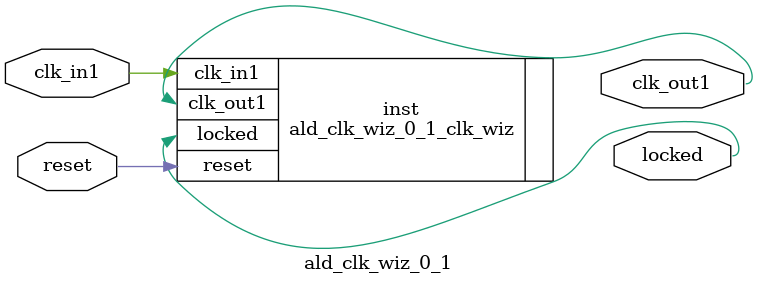
<source format=v>


`timescale 1ps/1ps

(* CORE_GENERATION_INFO = "ald_clk_wiz_0_1,clk_wiz_v6_0_2_0_0,{component_name=ald_clk_wiz_0_1,use_phase_alignment=true,use_min_o_jitter=false,use_max_i_jitter=false,use_dyn_phase_shift=false,use_inclk_switchover=false,use_dyn_reconfig=false,enable_axi=0,feedback_source=FDBK_AUTO,PRIMITIVE=PLL,num_out_clk=1,clkin1_period=8.000,clkin2_period=10.0,use_power_down=false,use_reset=true,use_locked=true,use_inclk_stopped=false,feedback_type=SINGLE,CLOCK_MGR_TYPE=NA,manual_override=false}" *)

module ald_clk_wiz_0_1 
 (
  // Clock out ports
  output        clk_out1,
  // Status and control signals
  input         reset,
  output        locked,
 // Clock in ports
  input         clk_in1
 );

  ald_clk_wiz_0_1_clk_wiz inst
  (
  // Clock out ports  
  .clk_out1(clk_out1),
  // Status and control signals               
  .reset(reset), 
  .locked(locked),
 // Clock in ports
  .clk_in1(clk_in1)
  );

endmodule

</source>
